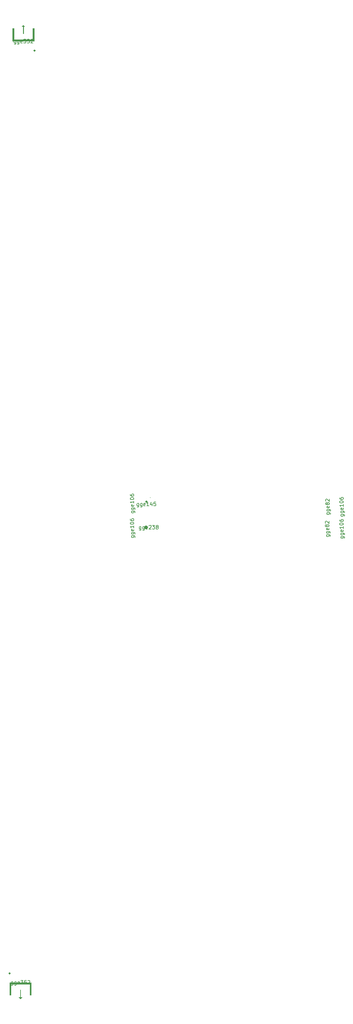
<source format=gbr>
%TF.GenerationSoftware,KiCad,Pcbnew,(6.0.4)*%
%TF.CreationDate,2022-09-10T18:16:35-05:00*%
%TF.ProjectId,CircleBoard,43697263-6c65-4426-9f61-72642e6b6963,rev?*%
%TF.SameCoordinates,Original*%
%TF.FileFunction,Other,Comment*%
%FSLAX46Y46*%
G04 Gerber Fmt 4.6, Leading zero omitted, Abs format (unit mm)*
G04 Created by KiCad (PCBNEW (6.0.4)) date 2022-09-10 18:16:35*
%MOMM*%
%LPD*%
G01*
G04 APERTURE LIST*
%ADD10C,0.150000*%
%ADD11C,0.300000*%
%ADD12C,0.350000*%
%ADD13C,0.500000*%
G04 APERTURE END LIST*
D10*
%TO.C,USB2*%
X125504761Y-254197714D02*
X125504761Y-255007238D01*
X125457142Y-255102476D01*
X125409523Y-255150095D01*
X125314285Y-255197714D01*
X125171428Y-255197714D01*
X125076190Y-255150095D01*
X125504761Y-254816761D02*
X125409523Y-254864380D01*
X125219047Y-254864380D01*
X125123809Y-254816761D01*
X125076190Y-254769142D01*
X125028571Y-254673904D01*
X125028571Y-254388190D01*
X125076190Y-254292952D01*
X125123809Y-254245333D01*
X125219047Y-254197714D01*
X125409523Y-254197714D01*
X125504761Y-254245333D01*
X126409523Y-254197714D02*
X126409523Y-255007238D01*
X126361904Y-255102476D01*
X126314285Y-255150095D01*
X126219047Y-255197714D01*
X126076190Y-255197714D01*
X125980952Y-255150095D01*
X126409523Y-254816761D02*
X126314285Y-254864380D01*
X126123809Y-254864380D01*
X126028571Y-254816761D01*
X125980952Y-254769142D01*
X125933333Y-254673904D01*
X125933333Y-254388190D01*
X125980952Y-254292952D01*
X126028571Y-254245333D01*
X126123809Y-254197714D01*
X126314285Y-254197714D01*
X126409523Y-254245333D01*
X127266666Y-254816761D02*
X127171428Y-254864380D01*
X126980952Y-254864380D01*
X126885714Y-254816761D01*
X126838095Y-254721523D01*
X126838095Y-254340571D01*
X126885714Y-254245333D01*
X126980952Y-254197714D01*
X127171428Y-254197714D01*
X127266666Y-254245333D01*
X127314285Y-254340571D01*
X127314285Y-254435809D01*
X126838095Y-254531047D01*
X127647619Y-253864380D02*
X128266666Y-253864380D01*
X127933333Y-254245333D01*
X128076190Y-254245333D01*
X128171428Y-254292952D01*
X128219047Y-254340571D01*
X128266666Y-254435809D01*
X128266666Y-254673904D01*
X128219047Y-254769142D01*
X128171428Y-254816761D01*
X128076190Y-254864380D01*
X127790476Y-254864380D01*
X127695238Y-254816761D01*
X127647619Y-254769142D01*
X129171428Y-253864380D02*
X128695238Y-253864380D01*
X128647619Y-254340571D01*
X128695238Y-254292952D01*
X128790476Y-254245333D01*
X129028571Y-254245333D01*
X129123809Y-254292952D01*
X129171428Y-254340571D01*
X129219047Y-254435809D01*
X129219047Y-254673904D01*
X129171428Y-254769142D01*
X129123809Y-254816761D01*
X129028571Y-254864380D01*
X128790476Y-254864380D01*
X128695238Y-254816761D01*
X128647619Y-254769142D01*
X129600000Y-253959619D02*
X129647619Y-253912000D01*
X129742857Y-253864380D01*
X129980952Y-253864380D01*
X130076190Y-253912000D01*
X130123809Y-253959619D01*
X130171428Y-254054857D01*
X130171428Y-254150095D01*
X130123809Y-254292952D01*
X129552380Y-254864380D01*
X130171428Y-254864380D01*
%TO.C,USB1*%
X126304761Y1826285D02*
X126304761Y1016761D01*
X126257142Y921523D01*
X126209523Y873904D01*
X126114285Y826285D01*
X125971428Y826285D01*
X125876190Y873904D01*
X126304761Y1207238D02*
X126209523Y1159619D01*
X126019047Y1159619D01*
X125923809Y1207238D01*
X125876190Y1254857D01*
X125828571Y1350095D01*
X125828571Y1635809D01*
X125876190Y1731047D01*
X125923809Y1778666D01*
X126019047Y1826285D01*
X126209523Y1826285D01*
X126304761Y1778666D01*
X127209523Y1826285D02*
X127209523Y1016761D01*
X127161904Y921523D01*
X127114285Y873904D01*
X127019047Y826285D01*
X126876190Y826285D01*
X126780952Y873904D01*
X127209523Y1207238D02*
X127114285Y1159619D01*
X126923809Y1159619D01*
X126828571Y1207238D01*
X126780952Y1254857D01*
X126733333Y1350095D01*
X126733333Y1635809D01*
X126780952Y1731047D01*
X126828571Y1778666D01*
X126923809Y1826285D01*
X127114285Y1826285D01*
X127209523Y1778666D01*
X128066666Y1207238D02*
X127971428Y1159619D01*
X127780952Y1159619D01*
X127685714Y1207238D01*
X127638095Y1302476D01*
X127638095Y1683428D01*
X127685714Y1778666D01*
X127780952Y1826285D01*
X127971428Y1826285D01*
X128066666Y1778666D01*
X128114285Y1683428D01*
X128114285Y1588190D01*
X127638095Y1492952D01*
X128447619Y2159619D02*
X129066666Y2159619D01*
X128733333Y1778666D01*
X128876190Y1778666D01*
X128971428Y1731047D01*
X129019047Y1683428D01*
X129066666Y1588190D01*
X129066666Y1350095D01*
X129019047Y1254857D01*
X128971428Y1207238D01*
X128876190Y1159619D01*
X128590476Y1159619D01*
X128495238Y1207238D01*
X128447619Y1254857D01*
X129971428Y2159619D02*
X129495238Y2159619D01*
X129447619Y1683428D01*
X129495238Y1731047D01*
X129590476Y1778666D01*
X129828571Y1778666D01*
X129923809Y1731047D01*
X129971428Y1683428D01*
X130019047Y1588190D01*
X130019047Y1350095D01*
X129971428Y1254857D01*
X129923809Y1207238D01*
X129828571Y1159619D01*
X129590476Y1159619D01*
X129495238Y1207238D01*
X129447619Y1254857D01*
X130400000Y2064380D02*
X130447619Y2112000D01*
X130542857Y2159619D01*
X130780952Y2159619D01*
X130876190Y2112000D01*
X130923809Y2064380D01*
X130971428Y1969142D01*
X130971428Y1873904D01*
X130923809Y1731047D01*
X130352380Y1159619D01*
X130971428Y1159619D01*
%TO.C,C3*%
X214785714Y-133095238D02*
X215595238Y-133095238D01*
X215690476Y-133142857D01*
X215738095Y-133190476D01*
X215785714Y-133285714D01*
X215785714Y-133428571D01*
X215738095Y-133523809D01*
X215404761Y-133095238D02*
X215452380Y-133190476D01*
X215452380Y-133380952D01*
X215404761Y-133476190D01*
X215357142Y-133523809D01*
X215261904Y-133571428D01*
X214976190Y-133571428D01*
X214880952Y-133523809D01*
X214833333Y-133476190D01*
X214785714Y-133380952D01*
X214785714Y-133190476D01*
X214833333Y-133095238D01*
X214785714Y-132190476D02*
X215595238Y-132190476D01*
X215690476Y-132238095D01*
X215738095Y-132285714D01*
X215785714Y-132380952D01*
X215785714Y-132523809D01*
X215738095Y-132619047D01*
X215404761Y-132190476D02*
X215452380Y-132285714D01*
X215452380Y-132476190D01*
X215404761Y-132571428D01*
X215357142Y-132619047D01*
X215261904Y-132666666D01*
X214976190Y-132666666D01*
X214880952Y-132619047D01*
X214833333Y-132571428D01*
X214785714Y-132476190D01*
X214785714Y-132285714D01*
X214833333Y-132190476D01*
X215404761Y-131333333D02*
X215452380Y-131428571D01*
X215452380Y-131619047D01*
X215404761Y-131714285D01*
X215309523Y-131761904D01*
X214928571Y-131761904D01*
X214833333Y-131714285D01*
X214785714Y-131619047D01*
X214785714Y-131428571D01*
X214833333Y-131333333D01*
X214928571Y-131285714D01*
X215023809Y-131285714D01*
X215119047Y-131761904D01*
X215452380Y-130333333D02*
X215452380Y-130904761D01*
X215452380Y-130619047D02*
X214452380Y-130619047D01*
X214595238Y-130714285D01*
X214690476Y-130809523D01*
X214738095Y-130904761D01*
X214452380Y-129714285D02*
X214452380Y-129619047D01*
X214500000Y-129523809D01*
X214547619Y-129476190D01*
X214642857Y-129428571D01*
X214833333Y-129380952D01*
X215071428Y-129380952D01*
X215261904Y-129428571D01*
X215357142Y-129476190D01*
X215404761Y-129523809D01*
X215452380Y-129619047D01*
X215452380Y-129714285D01*
X215404761Y-129809523D01*
X215357142Y-129857142D01*
X215261904Y-129904761D01*
X215071428Y-129952380D01*
X214833333Y-129952380D01*
X214642857Y-129904761D01*
X214547619Y-129857142D01*
X214500000Y-129809523D01*
X214452380Y-129714285D01*
X214452380Y-128523809D02*
X214452380Y-128714285D01*
X214500000Y-128809523D01*
X214547619Y-128857142D01*
X214690476Y-128952380D01*
X214880952Y-129000000D01*
X215261904Y-129000000D01*
X215357142Y-128952380D01*
X215404761Y-128904761D01*
X215452380Y-128809523D01*
X215452380Y-128619047D01*
X215404761Y-128523809D01*
X215357142Y-128476190D01*
X215261904Y-128428571D01*
X215023809Y-128428571D01*
X214928571Y-128476190D01*
X214880952Y-128523809D01*
X214833333Y-128619047D01*
X214833333Y-128809523D01*
X214880952Y-128904761D01*
X214928571Y-128952380D01*
X215023809Y-129000000D01*
%TO.C,R1*%
X210885714Y-132619047D02*
X211695238Y-132619047D01*
X211790476Y-132666666D01*
X211838095Y-132714285D01*
X211885714Y-132809523D01*
X211885714Y-132952380D01*
X211838095Y-133047619D01*
X211504761Y-132619047D02*
X211552380Y-132714285D01*
X211552380Y-132904761D01*
X211504761Y-133000000D01*
X211457142Y-133047619D01*
X211361904Y-133095238D01*
X211076190Y-133095238D01*
X210980952Y-133047619D01*
X210933333Y-133000000D01*
X210885714Y-132904761D01*
X210885714Y-132714285D01*
X210933333Y-132619047D01*
X210885714Y-131714285D02*
X211695238Y-131714285D01*
X211790476Y-131761904D01*
X211838095Y-131809523D01*
X211885714Y-131904761D01*
X211885714Y-132047619D01*
X211838095Y-132142857D01*
X211504761Y-131714285D02*
X211552380Y-131809523D01*
X211552380Y-132000000D01*
X211504761Y-132095238D01*
X211457142Y-132142857D01*
X211361904Y-132190476D01*
X211076190Y-132190476D01*
X210980952Y-132142857D01*
X210933333Y-132095238D01*
X210885714Y-132000000D01*
X210885714Y-131809523D01*
X210933333Y-131714285D01*
X211504761Y-130857142D02*
X211552380Y-130952380D01*
X211552380Y-131142857D01*
X211504761Y-131238095D01*
X211409523Y-131285714D01*
X211028571Y-131285714D01*
X210933333Y-131238095D01*
X210885714Y-131142857D01*
X210885714Y-130952380D01*
X210933333Y-130857142D01*
X211028571Y-130809523D01*
X211123809Y-130809523D01*
X211219047Y-131285714D01*
X210980952Y-130238095D02*
X210933333Y-130333333D01*
X210885714Y-130380952D01*
X210790476Y-130428571D01*
X210742857Y-130428571D01*
X210647619Y-130380952D01*
X210600000Y-130333333D01*
X210552380Y-130238095D01*
X210552380Y-130047619D01*
X210600000Y-129952380D01*
X210647619Y-129904761D01*
X210742857Y-129857142D01*
X210790476Y-129857142D01*
X210885714Y-129904761D01*
X210933333Y-129952380D01*
X210980952Y-130047619D01*
X210980952Y-130238095D01*
X211028571Y-130333333D01*
X211076190Y-130380952D01*
X211171428Y-130428571D01*
X211361904Y-130428571D01*
X211457142Y-130380952D01*
X211504761Y-130333333D01*
X211552380Y-130238095D01*
X211552380Y-130047619D01*
X211504761Y-129952380D01*
X211457142Y-129904761D01*
X211361904Y-129857142D01*
X211171428Y-129857142D01*
X211076190Y-129904761D01*
X211028571Y-129952380D01*
X210980952Y-130047619D01*
X210647619Y-129476190D02*
X210600000Y-129428571D01*
X210552380Y-129333333D01*
X210552380Y-129095238D01*
X210600000Y-129000000D01*
X210647619Y-128952380D01*
X210742857Y-128904761D01*
X210838095Y-128904761D01*
X210980952Y-128952380D01*
X211552380Y-129523809D01*
X211552380Y-128904761D01*
%TO.C,C2*%
X157785714Y-132895238D02*
X158595238Y-132895238D01*
X158690476Y-132942857D01*
X158738095Y-132990476D01*
X158785714Y-133085714D01*
X158785714Y-133228571D01*
X158738095Y-133323809D01*
X158404761Y-132895238D02*
X158452380Y-132990476D01*
X158452380Y-133180952D01*
X158404761Y-133276190D01*
X158357142Y-133323809D01*
X158261904Y-133371428D01*
X157976190Y-133371428D01*
X157880952Y-133323809D01*
X157833333Y-133276190D01*
X157785714Y-133180952D01*
X157785714Y-132990476D01*
X157833333Y-132895238D01*
X157785714Y-131990476D02*
X158595238Y-131990476D01*
X158690476Y-132038095D01*
X158738095Y-132085714D01*
X158785714Y-132180952D01*
X158785714Y-132323809D01*
X158738095Y-132419047D01*
X158404761Y-131990476D02*
X158452380Y-132085714D01*
X158452380Y-132276190D01*
X158404761Y-132371428D01*
X158357142Y-132419047D01*
X158261904Y-132466666D01*
X157976190Y-132466666D01*
X157880952Y-132419047D01*
X157833333Y-132371428D01*
X157785714Y-132276190D01*
X157785714Y-132085714D01*
X157833333Y-131990476D01*
X158404761Y-131133333D02*
X158452380Y-131228571D01*
X158452380Y-131419047D01*
X158404761Y-131514285D01*
X158309523Y-131561904D01*
X157928571Y-131561904D01*
X157833333Y-131514285D01*
X157785714Y-131419047D01*
X157785714Y-131228571D01*
X157833333Y-131133333D01*
X157928571Y-131085714D01*
X158023809Y-131085714D01*
X158119047Y-131561904D01*
X158452380Y-130133333D02*
X158452380Y-130704761D01*
X158452380Y-130419047D02*
X157452380Y-130419047D01*
X157595238Y-130514285D01*
X157690476Y-130609523D01*
X157738095Y-130704761D01*
X157452380Y-129514285D02*
X157452380Y-129419047D01*
X157500000Y-129323809D01*
X157547619Y-129276190D01*
X157642857Y-129228571D01*
X157833333Y-129180952D01*
X158071428Y-129180952D01*
X158261904Y-129228571D01*
X158357142Y-129276190D01*
X158404761Y-129323809D01*
X158452380Y-129419047D01*
X158452380Y-129514285D01*
X158404761Y-129609523D01*
X158357142Y-129657142D01*
X158261904Y-129704761D01*
X158071428Y-129752380D01*
X157833333Y-129752380D01*
X157642857Y-129704761D01*
X157547619Y-129657142D01*
X157500000Y-129609523D01*
X157452380Y-129514285D01*
X157452380Y-128323809D02*
X157452380Y-128514285D01*
X157500000Y-128609523D01*
X157547619Y-128657142D01*
X157690476Y-128752380D01*
X157880952Y-128800000D01*
X158261904Y-128800000D01*
X158357142Y-128752380D01*
X158404761Y-128704761D01*
X158452380Y-128609523D01*
X158452380Y-128419047D01*
X158404761Y-128323809D01*
X158357142Y-128276190D01*
X158261904Y-128228571D01*
X158023809Y-128228571D01*
X157928571Y-128276190D01*
X157880952Y-128323809D01*
X157833333Y-128419047D01*
X157833333Y-128609523D01*
X157880952Y-128704761D01*
X157928571Y-128752380D01*
X158023809Y-128800000D01*
%TO.C,R2*%
X210985714Y-126619047D02*
X211795238Y-126619047D01*
X211890476Y-126666666D01*
X211938095Y-126714285D01*
X211985714Y-126809523D01*
X211985714Y-126952380D01*
X211938095Y-127047619D01*
X211604761Y-126619047D02*
X211652380Y-126714285D01*
X211652380Y-126904761D01*
X211604761Y-127000000D01*
X211557142Y-127047619D01*
X211461904Y-127095238D01*
X211176190Y-127095238D01*
X211080952Y-127047619D01*
X211033333Y-127000000D01*
X210985714Y-126904761D01*
X210985714Y-126714285D01*
X211033333Y-126619047D01*
X210985714Y-125714285D02*
X211795238Y-125714285D01*
X211890476Y-125761904D01*
X211938095Y-125809523D01*
X211985714Y-125904761D01*
X211985714Y-126047619D01*
X211938095Y-126142857D01*
X211604761Y-125714285D02*
X211652380Y-125809523D01*
X211652380Y-126000000D01*
X211604761Y-126095238D01*
X211557142Y-126142857D01*
X211461904Y-126190476D01*
X211176190Y-126190476D01*
X211080952Y-126142857D01*
X211033333Y-126095238D01*
X210985714Y-126000000D01*
X210985714Y-125809523D01*
X211033333Y-125714285D01*
X211604761Y-124857142D02*
X211652380Y-124952380D01*
X211652380Y-125142857D01*
X211604761Y-125238095D01*
X211509523Y-125285714D01*
X211128571Y-125285714D01*
X211033333Y-125238095D01*
X210985714Y-125142857D01*
X210985714Y-124952380D01*
X211033333Y-124857142D01*
X211128571Y-124809523D01*
X211223809Y-124809523D01*
X211319047Y-125285714D01*
X211080952Y-124238095D02*
X211033333Y-124333333D01*
X210985714Y-124380952D01*
X210890476Y-124428571D01*
X210842857Y-124428571D01*
X210747619Y-124380952D01*
X210700000Y-124333333D01*
X210652380Y-124238095D01*
X210652380Y-124047619D01*
X210700000Y-123952380D01*
X210747619Y-123904761D01*
X210842857Y-123857142D01*
X210890476Y-123857142D01*
X210985714Y-123904761D01*
X211033333Y-123952380D01*
X211080952Y-124047619D01*
X211080952Y-124238095D01*
X211128571Y-124333333D01*
X211176190Y-124380952D01*
X211271428Y-124428571D01*
X211461904Y-124428571D01*
X211557142Y-124380952D01*
X211604761Y-124333333D01*
X211652380Y-124238095D01*
X211652380Y-124047619D01*
X211604761Y-123952380D01*
X211557142Y-123904761D01*
X211461904Y-123857142D01*
X211271428Y-123857142D01*
X211176190Y-123904761D01*
X211128571Y-123952380D01*
X211080952Y-124047619D01*
X210747619Y-123476190D02*
X210700000Y-123428571D01*
X210652380Y-123333333D01*
X210652380Y-123095238D01*
X210700000Y-123000000D01*
X210747619Y-122952380D01*
X210842857Y-122904761D01*
X210938095Y-122904761D01*
X211080952Y-122952380D01*
X211652380Y-123523809D01*
X211652380Y-122904761D01*
%TO.C,C4*%
X214785714Y-127095238D02*
X215595238Y-127095238D01*
X215690476Y-127142857D01*
X215738095Y-127190476D01*
X215785714Y-127285714D01*
X215785714Y-127428571D01*
X215738095Y-127523809D01*
X215404761Y-127095238D02*
X215452380Y-127190476D01*
X215452380Y-127380952D01*
X215404761Y-127476190D01*
X215357142Y-127523809D01*
X215261904Y-127571428D01*
X214976190Y-127571428D01*
X214880952Y-127523809D01*
X214833333Y-127476190D01*
X214785714Y-127380952D01*
X214785714Y-127190476D01*
X214833333Y-127095238D01*
X214785714Y-126190476D02*
X215595238Y-126190476D01*
X215690476Y-126238095D01*
X215738095Y-126285714D01*
X215785714Y-126380952D01*
X215785714Y-126523809D01*
X215738095Y-126619047D01*
X215404761Y-126190476D02*
X215452380Y-126285714D01*
X215452380Y-126476190D01*
X215404761Y-126571428D01*
X215357142Y-126619047D01*
X215261904Y-126666666D01*
X214976190Y-126666666D01*
X214880952Y-126619047D01*
X214833333Y-126571428D01*
X214785714Y-126476190D01*
X214785714Y-126285714D01*
X214833333Y-126190476D01*
X215404761Y-125333333D02*
X215452380Y-125428571D01*
X215452380Y-125619047D01*
X215404761Y-125714285D01*
X215309523Y-125761904D01*
X214928571Y-125761904D01*
X214833333Y-125714285D01*
X214785714Y-125619047D01*
X214785714Y-125428571D01*
X214833333Y-125333333D01*
X214928571Y-125285714D01*
X215023809Y-125285714D01*
X215119047Y-125761904D01*
X215452380Y-124333333D02*
X215452380Y-124904761D01*
X215452380Y-124619047D02*
X214452380Y-124619047D01*
X214595238Y-124714285D01*
X214690476Y-124809523D01*
X214738095Y-124904761D01*
X214452380Y-123714285D02*
X214452380Y-123619047D01*
X214500000Y-123523809D01*
X214547619Y-123476190D01*
X214642857Y-123428571D01*
X214833333Y-123380952D01*
X215071428Y-123380952D01*
X215261904Y-123428571D01*
X215357142Y-123476190D01*
X215404761Y-123523809D01*
X215452380Y-123619047D01*
X215452380Y-123714285D01*
X215404761Y-123809523D01*
X215357142Y-123857142D01*
X215261904Y-123904761D01*
X215071428Y-123952380D01*
X214833333Y-123952380D01*
X214642857Y-123904761D01*
X214547619Y-123857142D01*
X214500000Y-123809523D01*
X214452380Y-123714285D01*
X214452380Y-122523809D02*
X214452380Y-122714285D01*
X214500000Y-122809523D01*
X214547619Y-122857142D01*
X214690476Y-122952380D01*
X214880952Y-123000000D01*
X215261904Y-123000000D01*
X215357142Y-122952380D01*
X215404761Y-122904761D01*
X215452380Y-122809523D01*
X215452380Y-122619047D01*
X215404761Y-122523809D01*
X215357142Y-122476190D01*
X215261904Y-122428571D01*
X215023809Y-122428571D01*
X214928571Y-122476190D01*
X214880952Y-122523809D01*
X214833333Y-122619047D01*
X214833333Y-122809523D01*
X214880952Y-122904761D01*
X214928571Y-122952380D01*
X215023809Y-123000000D01*
%TO.C,C1*%
X157785714Y-126195238D02*
X158595238Y-126195238D01*
X158690476Y-126242857D01*
X158738095Y-126290476D01*
X158785714Y-126385714D01*
X158785714Y-126528571D01*
X158738095Y-126623809D01*
X158404761Y-126195238D02*
X158452380Y-126290476D01*
X158452380Y-126480952D01*
X158404761Y-126576190D01*
X158357142Y-126623809D01*
X158261904Y-126671428D01*
X157976190Y-126671428D01*
X157880952Y-126623809D01*
X157833333Y-126576190D01*
X157785714Y-126480952D01*
X157785714Y-126290476D01*
X157833333Y-126195238D01*
X157785714Y-125290476D02*
X158595238Y-125290476D01*
X158690476Y-125338095D01*
X158738095Y-125385714D01*
X158785714Y-125480952D01*
X158785714Y-125623809D01*
X158738095Y-125719047D01*
X158404761Y-125290476D02*
X158452380Y-125385714D01*
X158452380Y-125576190D01*
X158404761Y-125671428D01*
X158357142Y-125719047D01*
X158261904Y-125766666D01*
X157976190Y-125766666D01*
X157880952Y-125719047D01*
X157833333Y-125671428D01*
X157785714Y-125576190D01*
X157785714Y-125385714D01*
X157833333Y-125290476D01*
X158404761Y-124433333D02*
X158452380Y-124528571D01*
X158452380Y-124719047D01*
X158404761Y-124814285D01*
X158309523Y-124861904D01*
X157928571Y-124861904D01*
X157833333Y-124814285D01*
X157785714Y-124719047D01*
X157785714Y-124528571D01*
X157833333Y-124433333D01*
X157928571Y-124385714D01*
X158023809Y-124385714D01*
X158119047Y-124861904D01*
X158452380Y-123433333D02*
X158452380Y-124004761D01*
X158452380Y-123719047D02*
X157452380Y-123719047D01*
X157595238Y-123814285D01*
X157690476Y-123909523D01*
X157738095Y-124004761D01*
X157452380Y-122814285D02*
X157452380Y-122719047D01*
X157500000Y-122623809D01*
X157547619Y-122576190D01*
X157642857Y-122528571D01*
X157833333Y-122480952D01*
X158071428Y-122480952D01*
X158261904Y-122528571D01*
X158357142Y-122576190D01*
X158404761Y-122623809D01*
X158452380Y-122719047D01*
X158452380Y-122814285D01*
X158404761Y-122909523D01*
X158357142Y-122957142D01*
X158261904Y-123004761D01*
X158071428Y-123052380D01*
X157833333Y-123052380D01*
X157642857Y-123004761D01*
X157547619Y-122957142D01*
X157500000Y-122909523D01*
X157452380Y-122814285D01*
X157452380Y-121623809D02*
X157452380Y-121814285D01*
X157500000Y-121909523D01*
X157547619Y-121957142D01*
X157690476Y-122052380D01*
X157880952Y-122100000D01*
X158261904Y-122100000D01*
X158357142Y-122052380D01*
X158404761Y-122004761D01*
X158452380Y-121909523D01*
X158452380Y-121719047D01*
X158404761Y-121623809D01*
X158357142Y-121576190D01*
X158261904Y-121528571D01*
X158023809Y-121528571D01*
X157928571Y-121576190D01*
X157880952Y-121623809D01*
X157833333Y-121719047D01*
X157833333Y-121909523D01*
X157880952Y-122004761D01*
X157928571Y-122052380D01*
X158023809Y-122100000D01*
%TO.C,MIC2*%
X159768261Y-124069714D02*
X159768261Y-124879238D01*
X159720642Y-124974476D01*
X159673023Y-125022095D01*
X159577785Y-125069714D01*
X159434928Y-125069714D01*
X159339690Y-125022095D01*
X159768261Y-124688761D02*
X159673023Y-124736380D01*
X159482547Y-124736380D01*
X159387309Y-124688761D01*
X159339690Y-124641142D01*
X159292071Y-124545904D01*
X159292071Y-124260190D01*
X159339690Y-124164952D01*
X159387309Y-124117333D01*
X159482547Y-124069714D01*
X159673023Y-124069714D01*
X159768261Y-124117333D01*
X160673023Y-124069714D02*
X160673023Y-124879238D01*
X160625404Y-124974476D01*
X160577785Y-125022095D01*
X160482547Y-125069714D01*
X160339690Y-125069714D01*
X160244452Y-125022095D01*
X160673023Y-124688761D02*
X160577785Y-124736380D01*
X160387309Y-124736380D01*
X160292071Y-124688761D01*
X160244452Y-124641142D01*
X160196833Y-124545904D01*
X160196833Y-124260190D01*
X160244452Y-124164952D01*
X160292071Y-124117333D01*
X160387309Y-124069714D01*
X160577785Y-124069714D01*
X160673023Y-124117333D01*
X161530166Y-124688761D02*
X161434928Y-124736380D01*
X161244452Y-124736380D01*
X161149214Y-124688761D01*
X161101595Y-124593523D01*
X161101595Y-124212571D01*
X161149214Y-124117333D01*
X161244452Y-124069714D01*
X161434928Y-124069714D01*
X161530166Y-124117333D01*
X161577785Y-124212571D01*
X161577785Y-124307809D01*
X161101595Y-124403047D01*
X162530166Y-124736380D02*
X161958738Y-124736380D01*
X162244452Y-124736380D02*
X162244452Y-123736380D01*
X162149214Y-123879238D01*
X162053976Y-123974476D01*
X161958738Y-124022095D01*
X163387309Y-124069714D02*
X163387309Y-124736380D01*
X163149214Y-123688761D02*
X162911119Y-124403047D01*
X163530166Y-124403047D01*
X164387309Y-123736380D02*
X163911119Y-123736380D01*
X163863500Y-124212571D01*
X163911119Y-124164952D01*
X164006357Y-124117333D01*
X164244452Y-124117333D01*
X164339690Y-124164952D01*
X164387309Y-124212571D01*
X164434928Y-124307809D01*
X164434928Y-124545904D01*
X164387309Y-124641142D01*
X164339690Y-124688761D01*
X164244452Y-124736380D01*
X164006357Y-124736380D01*
X163911119Y-124688761D01*
X163863500Y-124641142D01*
%TO.C,MIC1*%
X160404761Y-130385714D02*
X160404761Y-131195238D01*
X160357142Y-131290476D01*
X160309523Y-131338095D01*
X160214285Y-131385714D01*
X160071428Y-131385714D01*
X159976190Y-131338095D01*
X160404761Y-131004761D02*
X160309523Y-131052380D01*
X160119047Y-131052380D01*
X160023809Y-131004761D01*
X159976190Y-130957142D01*
X159928571Y-130861904D01*
X159928571Y-130576190D01*
X159976190Y-130480952D01*
X160023809Y-130433333D01*
X160119047Y-130385714D01*
X160309523Y-130385714D01*
X160404761Y-130433333D01*
X161309523Y-130385714D02*
X161309523Y-131195238D01*
X161261904Y-131290476D01*
X161214285Y-131338095D01*
X161119047Y-131385714D01*
X160976190Y-131385714D01*
X160880952Y-131338095D01*
X161309523Y-131004761D02*
X161214285Y-131052380D01*
X161023809Y-131052380D01*
X160928571Y-131004761D01*
X160880952Y-130957142D01*
X160833333Y-130861904D01*
X160833333Y-130576190D01*
X160880952Y-130480952D01*
X160928571Y-130433333D01*
X161023809Y-130385714D01*
X161214285Y-130385714D01*
X161309523Y-130433333D01*
X162166666Y-131004761D02*
X162071428Y-131052380D01*
X161880952Y-131052380D01*
X161785714Y-131004761D01*
X161738095Y-130909523D01*
X161738095Y-130528571D01*
X161785714Y-130433333D01*
X161880952Y-130385714D01*
X162071428Y-130385714D01*
X162166666Y-130433333D01*
X162214285Y-130528571D01*
X162214285Y-130623809D01*
X161738095Y-130719047D01*
X162595238Y-130147619D02*
X162642857Y-130100000D01*
X162738095Y-130052380D01*
X162976190Y-130052380D01*
X163071428Y-130100000D01*
X163119047Y-130147619D01*
X163166666Y-130242857D01*
X163166666Y-130338095D01*
X163119047Y-130480952D01*
X162547619Y-131052380D01*
X163166666Y-131052380D01*
X163500000Y-130052380D02*
X164119047Y-130052380D01*
X163785714Y-130433333D01*
X163928571Y-130433333D01*
X164023809Y-130480952D01*
X164071428Y-130528571D01*
X164119047Y-130623809D01*
X164119047Y-130861904D01*
X164071428Y-130957142D01*
X164023809Y-131004761D01*
X163928571Y-131052380D01*
X163642857Y-131052380D01*
X163547619Y-131004761D01*
X163500000Y-130957142D01*
X164690476Y-130480952D02*
X164595238Y-130433333D01*
X164547619Y-130385714D01*
X164500000Y-130290476D01*
X164500000Y-130242857D01*
X164547619Y-130147619D01*
X164595238Y-130100000D01*
X164690476Y-130052380D01*
X164880952Y-130052380D01*
X164976190Y-130100000D01*
X165023809Y-130147619D01*
X165071428Y-130242857D01*
X165071428Y-130290476D01*
X165023809Y-130385714D01*
X164976190Y-130433333D01*
X164880952Y-130480952D01*
X164690476Y-130480952D01*
X164595238Y-130528571D01*
X164547619Y-130576190D01*
X164500000Y-130671428D01*
X164500000Y-130861904D01*
X164547619Y-130957142D01*
X164595238Y-131004761D01*
X164690476Y-131052380D01*
X164880952Y-131052380D01*
X164976190Y-131004761D01*
X165023809Y-130957142D01*
X165071428Y-130861904D01*
X165071428Y-130671428D01*
X165023809Y-130576190D01*
X164976190Y-130528571D01*
X164880952Y-130480952D01*
D11*
%TO.C,USB2*%
X124750000Y-251912000D02*
G75*
G03*
X124750000Y-251912000I-150000J0D01*
G01*
G36*
X130600000Y-257912000D02*
G01*
X130100000Y-257912000D01*
X130100000Y-254412000D01*
X130600000Y-254412000D01*
X130600000Y-257912000D01*
G37*
G36*
X125100000Y-257912000D02*
G01*
X124600000Y-257912000D01*
X124600000Y-254412000D01*
X125100000Y-254412000D01*
X125100000Y-257912000D01*
G37*
G36*
X130100000Y-254912000D02*
G01*
X125100000Y-254912000D01*
X125100000Y-254412000D01*
X130100000Y-254412000D01*
X130100000Y-254912000D01*
G37*
G36*
X127600000Y-258912000D02*
G01*
X127100000Y-258412000D01*
X128100000Y-258412000D01*
X127600000Y-258912000D01*
G37*
G36*
X127700000Y-258412000D02*
G01*
X127500000Y-258412000D01*
X127500000Y-256412000D01*
X127700000Y-256412000D01*
X127700000Y-258412000D01*
G37*
%TO.C,USB1*%
X131550000Y-888000D02*
G75*
G03*
X131550000Y-888000I-150000J0D01*
G01*
G36*
X125900000Y1612000D02*
G01*
X125400000Y1612000D01*
X125400000Y5112000D01*
X125900000Y5112000D01*
X125900000Y1612000D01*
G37*
G36*
X131400000Y1612000D02*
G01*
X130900000Y1612000D01*
X130900000Y5112000D01*
X131400000Y5112000D01*
X131400000Y1612000D01*
G37*
G36*
X130900000Y1612000D02*
G01*
X125900000Y1612000D01*
X125900000Y2112000D01*
X130900000Y2112000D01*
X130900000Y1612000D01*
G37*
G36*
X128900000Y5612000D02*
G01*
X127900000Y5612000D01*
X128400000Y6112000D01*
X128900000Y5612000D01*
G37*
G36*
X128500000Y3612000D02*
G01*
X128300000Y3612000D01*
X128300000Y5612000D01*
X128500000Y5612000D01*
X128500000Y3612000D01*
G37*
D12*
%TO.C,MIC2*%
X162038500Y-123584000D02*
G75*
G03*
X162038500Y-123584000I-175000J0D01*
G01*
G36*
X162983500Y-122604000D02*
G01*
X162783500Y-122404000D01*
X162983500Y-122404000D01*
X162983500Y-122604000D01*
G37*
D13*
%TO.C,MIC1*%
X162000000Y-130600000D02*
G75*
G03*
X162000000Y-130600000I-250000J0D01*
G01*
%TD*%
M02*

</source>
